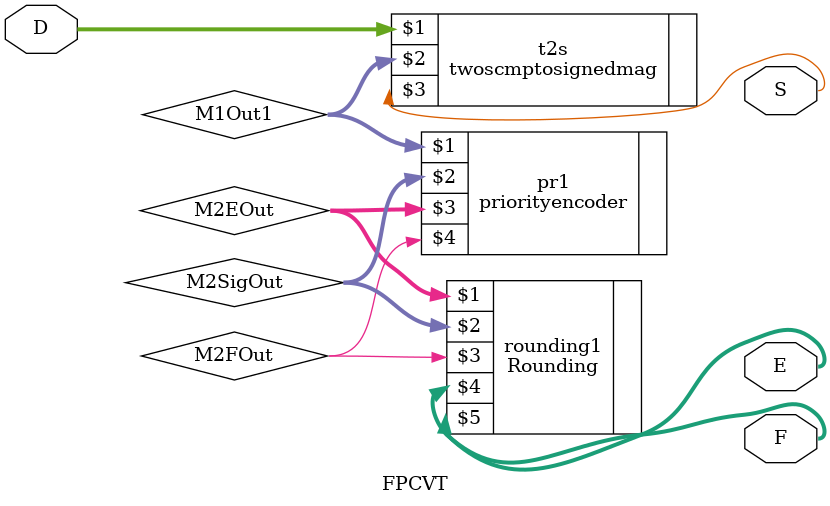
<source format=v>
`timescale 1ns / 1ps
module FPCVT( D, S, E, F);

	input [11:0] D;
	output [2:0] E;
	output [3:0] F;
	output S;
	
	wire [10:0] M1Out1;
	//wire SignFin;
	
	twoscmptosignedmag t2s(D, M1Out1, S);
	
	wire [3:0] M2SigOut;
	wire [2:0] M2EOut;
	wire M2FOut;
	
	priorityencoder pr1(M1Out1, M2SigOut, M2EOut, M2FOut);
	
	
	Rounding rounding1( M2EOut, M2SigOut, M2FOut, E, F);


endmodule

</source>
